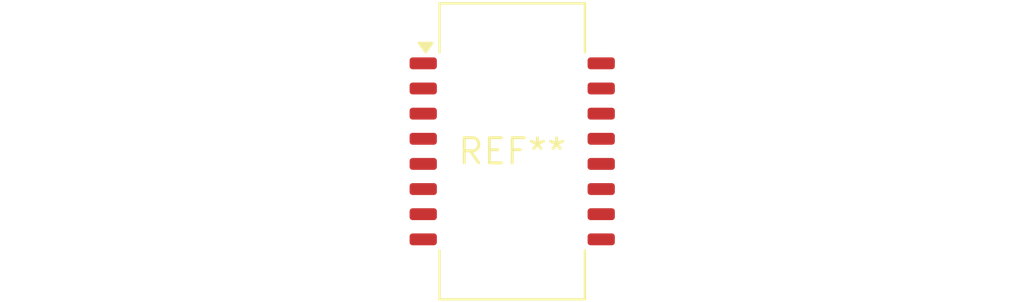
<source format=kicad_pcb>
(kicad_pcb (version 20240108) (generator pcbnew)
  (layers (0 "F.Cu" signal) (31 "B.Cu" signal) (34 "B.Paste" user) (35 "F.Paste" user) (36 "B.SilkS" user "B.Silkscreen") (37 "F.SilkS" user "F.Silkscreen") (38 "B.Mask" user) (39 "F.Mask" user) (44 "Edge.Cuts" user))
  (net 0 "")
  (footprint "Transformer_Ethernet_Halo_N6_SO-16_7.11x14.73mm" (layer "F.Cu") (at 0 0)
    (property "Reference" "REF**")
    (property "Value" "Transformer_Ethernet_Halo_N6_SO-16_7.11x14.73mm")
    (fp_line (start -3.665 -7.475) (end -3.665 -5.005) (layer "F.SilkS") (stroke (width 0.12)))
    (fp_line (start -3.665 7.475) (end -3.665 5.005) (layer "F.SilkS") (stroke (width 0.12)))
    (fp_line (start 0 -7.475) (end -3.665 -7.475) (layer "F.SilkS") (stroke (width 0.12)))
    (fp_line (start 0 -7.475) (end 3.665 -7.475) (layer "F.SilkS") (stroke (width 0.12)))
    (fp_line (start 0 7.475) (end -3.665 7.475) (layer "F.SilkS") (stroke (width 0.12)))
    (fp_line (start 0 7.475) (end 3.665 7.475) (layer "F.SilkS") (stroke (width 0.12)))
    (fp_line (start 3.665 -7.475) (end 3.665 -5.005) (layer "F.SilkS") (stroke (width 0.12)))
    (fp_line (start 3.665 7.475) (end 3.665 5.005) (layer "F.SilkS") (stroke (width 0.12)))
    (fp_poly (pts (xy -4.365 -5.005) (xy -4.705 -5.475) (xy -4.025 -5.475) (xy -4.365 -5.005)) (layer "F.SilkS") (stroke (width 0.12)) (fill solid))
    (pad "1" smd roundrect (at -4.4875 -4.445) (size 1.375 0.6) (layers "F.Cu" "F.Paste" "F.Mask"))
    (pad "2" smd roundrect (at -4.4875 -3.175) (size 1.375 0.6) (layers "F.Cu" "F.Paste" "F.Mask"))
    (pad "3" smd roundrect (at -4.4875 -1.905) (size 1.375 0.6) (layers "F.Cu" "F.Paste" "F.Mask"))
    (pad "4" smd roundrect (at -4.4875 -0.635) (size 1.375 0.6) (layers "F.Cu" "F.Paste" "F.Mask"))
    (pad "5" smd roundrect (at -4.4875 0.635) (size 1.375 0.6) (layers "F.Cu" "F.Paste" "F.Mask"))
    (pad "6" smd roundrect (at -4.4875 1.905) (size 1.375 0.6) (layers "F.Cu" "F.Paste" "F.Mask"))
    (pad "7" smd roundrect (at -4.4875 3.175) (size 1.375 0.6) (layers "F.Cu" "F.Paste" "F.Mask"))
    (pad "8" smd roundrect (at -4.4875 4.445) (size 1.375 0.6) (layers "F.Cu" "F.Paste" "F.Mask"))
    (pad "9" smd roundrect (at 4.4875 4.445) (size 1.375 0.6) (layers "F.Cu" "F.Paste" "F.Mask"))
    (pad "10" smd roundrect (at 4.4875 3.175) (size 1.375 0.6) (layers "F.Cu" "F.Paste" "F.Mask"))
    (pad "11" smd roundrect (at 4.4875 1.905) (size 1.375 0.6) (layers "F.Cu" "F.Paste" "F.Mask"))
    (pad "12" smd roundrect (at 4.4875 0.635) (size 1.375 0.6) (layers "F.Cu" "F.Paste" "F.Mask"))
    (pad "13" smd roundrect (at 4.4875 -0.635) (size 1.375 0.6) (layers "F.Cu" "F.Paste" "F.Mask"))
    (pad "14" smd roundrect (at 4.4875 -1.905) (size 1.375 0.6) (layers "F.Cu" "F.Paste" "F.Mask"))
    (pad "15" smd roundrect (at 4.4875 -3.175) (size 1.375 0.6) (layers "F.Cu" "F.Paste" "F.Mask"))
    (pad "16" smd roundrect (at 4.4875 -4.445) (size 1.375 0.6) (layers "F.Cu" "F.Paste" "F.Mask"))
  )
)
</source>
